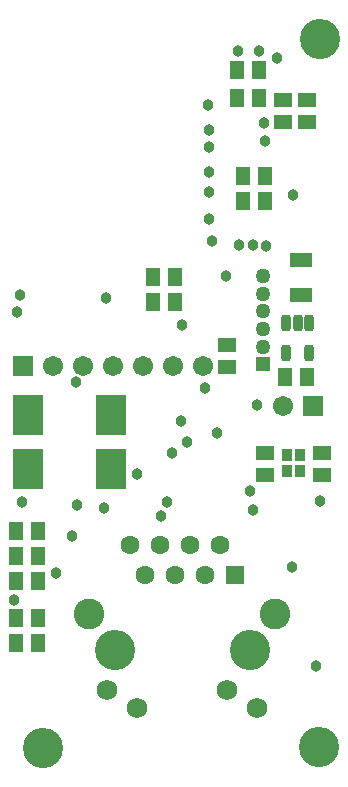
<source format=gbs>
G04*
G04 #@! TF.GenerationSoftware,Altium Limited,Altium Designer,20.0.10 (225)*
G04*
G04 Layer_Color=16711935*
%FSLAX25Y25*%
%MOIN*%
G70*
G01*
G75*
%ADD29R,0.06300X0.04800*%
%ADD31R,0.04800X0.06300*%
%ADD40R,0.06706X0.06706*%
%ADD41R,0.06304X0.06304*%
%ADD42C,0.06304*%
%ADD43C,0.10249*%
%ADD44C,0.06824*%
%ADD45C,0.13398*%
%ADD46R,0.05000X0.05000*%
%ADD47C,0.05000*%
%ADD48C,0.06706*%
%ADD49C,0.03800*%
%ADD79R,0.10249X0.13792*%
%ADD80R,0.03753X0.04147*%
G04:AMPARAMS|DCode=81|XSize=55.64mil|YSize=31.23mil|CornerRadius=9.81mil|HoleSize=0mil|Usage=FLASHONLY|Rotation=270.000|XOffset=0mil|YOffset=0mil|HoleType=Round|Shape=RoundedRectangle|*
%AMROUNDEDRECTD81*
21,1,0.05564,0.01161,0,0,270.0*
21,1,0.03602,0.03123,0,0,270.0*
1,1,0.01961,-0.00581,-0.01801*
1,1,0.01961,-0.00581,0.01801*
1,1,0.01961,0.00581,0.01801*
1,1,0.01961,0.00581,-0.01801*
%
%ADD81ROUNDEDRECTD81*%
%ADD82R,0.07572X0.04934*%
D29*
X74500Y147500D02*
D03*
Y140100D02*
D03*
X87000Y104121D02*
D03*
Y111521D02*
D03*
X106000D02*
D03*
Y104121D02*
D03*
X101328Y221800D02*
D03*
Y229200D02*
D03*
X93000D02*
D03*
Y221800D02*
D03*
D31*
X4000Y48000D02*
D03*
X11400D02*
D03*
Y56344D02*
D03*
X4000D02*
D03*
X11400Y85500D02*
D03*
X4000D02*
D03*
X11400Y77000D02*
D03*
X4000D02*
D03*
X49800Y170000D02*
D03*
X57200D02*
D03*
X11400Y68554D02*
D03*
X4000D02*
D03*
X57200Y161672D02*
D03*
X49800D02*
D03*
X101200Y136621D02*
D03*
X93800D02*
D03*
X87200Y195293D02*
D03*
X79800D02*
D03*
X87200Y203621D02*
D03*
X79800D02*
D03*
X77800Y239121D02*
D03*
X85200D02*
D03*
X77800Y229621D02*
D03*
X85200D02*
D03*
D40*
X6500Y140454D02*
D03*
X103000Y127121D02*
D03*
D41*
X77000Y70791D02*
D03*
D42*
X72000Y80791D02*
D03*
X67000Y70791D02*
D03*
X62000Y80791D02*
D03*
X57000Y70791D02*
D03*
X52000Y80791D02*
D03*
X47000Y70791D02*
D03*
X42000Y80791D02*
D03*
D43*
X28496Y57799D02*
D03*
X90504D02*
D03*
D44*
X84402Y26500D02*
D03*
X44500D02*
D03*
X74500Y32484D02*
D03*
X34598D02*
D03*
D45*
X37000Y45791D02*
D03*
X82000D02*
D03*
X105500Y249500D02*
D03*
X13000Y13000D02*
D03*
X105000Y13500D02*
D03*
D46*
X86500Y140905D02*
D03*
D47*
Y146810D02*
D03*
Y152716D02*
D03*
Y158621D02*
D03*
Y164527D02*
D03*
Y170432D02*
D03*
D48*
X26500Y140454D02*
D03*
X16500D02*
D03*
X36500D02*
D03*
X46500D02*
D03*
X56500D02*
D03*
X66500D02*
D03*
X93000Y127121D02*
D03*
D49*
X69500Y182000D02*
D03*
X104000Y40500D02*
D03*
X84500Y127500D02*
D03*
X96000Y73500D02*
D03*
X52500Y90500D02*
D03*
X17500Y71500D02*
D03*
X3500Y62500D02*
D03*
X22902Y83598D02*
D03*
X24500Y94000D02*
D03*
X105500Y95500D02*
D03*
X83000Y92500D02*
D03*
X96500Y197500D02*
D03*
X56000Y111500D02*
D03*
X61000Y115000D02*
D03*
X71000Y118000D02*
D03*
X67036Y133000D02*
D03*
X59000Y122000D02*
D03*
X24000Y135000D02*
D03*
X6000Y95000D02*
D03*
X33518Y92982D02*
D03*
X44534Y104500D02*
D03*
X59418Y153918D02*
D03*
X87000Y215500D02*
D03*
X68000Y227500D02*
D03*
X78000Y245500D02*
D03*
X68500Y213500D02*
D03*
X87500Y180500D02*
D03*
X86828Y221500D02*
D03*
X91000Y243000D02*
D03*
X85000Y245500D02*
D03*
X4500Y158500D02*
D03*
X5500Y164000D02*
D03*
X34000Y163000D02*
D03*
X74000Y170500D02*
D03*
X54500Y95000D02*
D03*
X68500Y189500D02*
D03*
X68432Y205000D02*
D03*
Y198500D02*
D03*
Y219000D02*
D03*
X82000Y98621D02*
D03*
X83000Y180621D02*
D03*
X78500D02*
D03*
D79*
X35681Y124000D02*
D03*
X8319D02*
D03*
Y106000D02*
D03*
X35681D02*
D03*
D80*
X94584Y105464D02*
D03*
Y110779D02*
D03*
X98717D02*
D03*
Y105464D02*
D03*
D81*
X101740Y154691D02*
D03*
X94260D02*
D03*
Y144809D02*
D03*
X98000Y154691D02*
D03*
X101740Y144809D02*
D03*
D82*
X99000Y164176D02*
D03*
Y175672D02*
D03*
M02*

</source>
